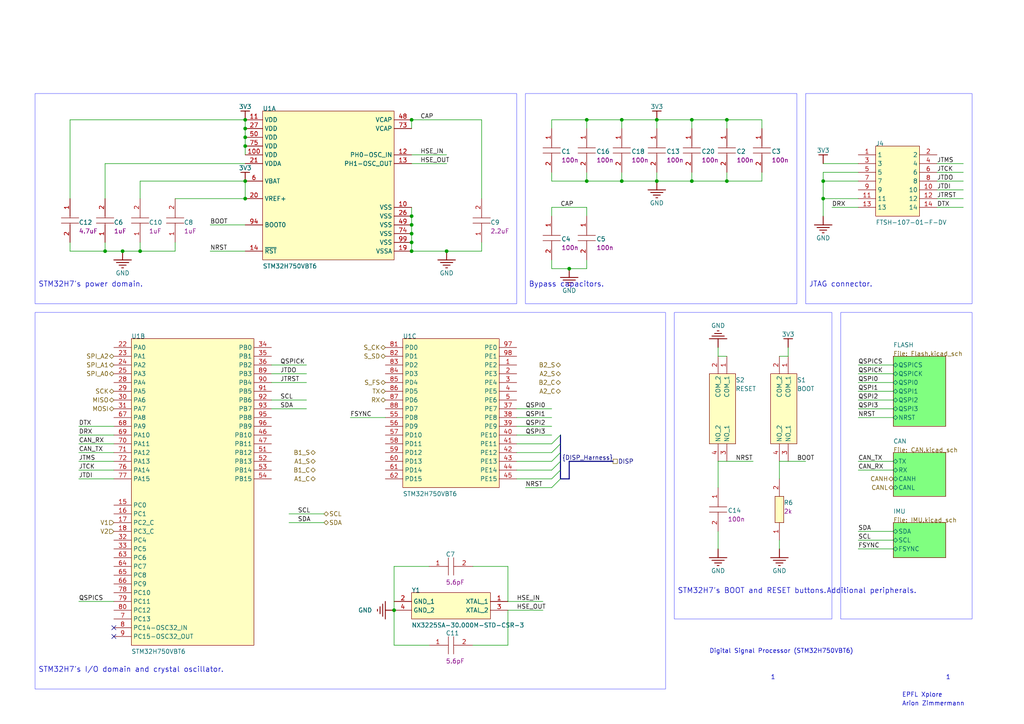
<source format=kicad_sch>
(kicad_sch (version 20250114) (generator "eeschema") (generator_version "9.0")
  (paper "A4")
  (bus_alias "DISP_Harness" (members "CS" "MISO" "SCK" "MOSI" "INT" "PD"))
  (rectangle (start 281.94 27.1272) (end 233.68 88.0872) (stroke (width 0.0254) (color 0 0 255 1)))
  (rectangle (start 281.94 90.6272) (end 243.84 179.5272) (stroke (width 0.0254) (color 0 0 255 1)))
  (rectangle (start 193.04 90.6272) (end 10.16 199.8472) (stroke (width 0.0254) (color 0 0 255 1)))
  (rectangle (start 241.3 90.6272) (end 195.58 179.5272) (stroke (width 0.0254) (color 0 0 255 1)))
  (rectangle (start 149.86 27.1272) (end 10.16 88.0872) (stroke (width 0.0254) (color 0 0 255 1)))
  (rectangle (start 231.14 27.1272) (end 152.4 88.0872) (stroke (width 0.0254) (color 0 0 255 1)))
  (text "Digital Signal Processor (STM32H750VBT6)" (at 205.74 189.6872 0) (effects (font (size 1.27 1.27)) (justify left bottom)))
  (text "1" (at 223.52 197.3072 0) (effects (font (size 1.27 1.27)) (justify left bottom)))
  (text "Arion Zimmermann" (at 261.62 204.9272 0) (effects (font (size 1.27 1.27)) (justify left bottom)))
  (text "1" (at 274.32 197.3072 0) (effects (font (size 1.27 1.27)) (justify left bottom)))
  (text "EPFL Xplore" (at 261.62 202.3872 0) (effects (font (size 1.27 1.27)) (justify left bottom)))
  (text_box "Additional peripherals." (at 284.48 169.3672 0) (size -45.72 7.62) (margins 0.9525 0.9525 0.9525 0.9525) (stroke (width -0.0001) (color 0 0 0 1)) (effects (font (size 1.524 1.524)) (justify left top)))
  (text_box "STM32H7's power domain." (at 149.86 80.4672 0) (size -139.7 7.62) (margins 0.9525 0.9525 0.9525 0.9525) (stroke (width -0.0001) (color 0 0 0 1)) (effects (font (size 1.524 1.524)) (justify left top)))
  (text_box "STM32H7's BOOT and RESET buttons." (at 241.3 169.3672 0) (size -45.72 7.62) (margins 0.9525 0.9525 0.9525 0.9525) (stroke (width -0.0001) (color 0 0 0 1)) (effects (font (size 1.524 1.524)) (justify left top)))
  (text_box "STM32H7's I/O domain and crystal oscillator." (at 193.04 192.2272 0) (size -182.88 7.62) (margins 0.9525 0.9525 0.9525 0.9525) (stroke (width -0.0001) (color 0 0 0 1)) (effects (font (size 1.524 1.524)) (justify left top)))
  (text_box "Bypass capacitors." (at 231.14 80.4672 0) (size -78.74 7.62) (margins 0.9525 0.9525 0.9525 0.9525) (stroke (width -0.0001) (color 0 0 0 1)) (effects (font (size 1.524 1.524)) (justify left top)))
  (text_box "JTAG connector." (at 281.94 80.4672 0) (size -48.26 7.62) (margins 0.9525 0.9525 0.9525 0.9525) (stroke (width -0.0001) (color 0 0 0 1)) (effects (font (size 1.524 1.524)) (justify left top)))
  (junction (at 170.18 34.7472))
  (junction (at 40.64 72.8472))
  (junction (at 129.54 72.8472))
  (junction (at 170.18 52.5272))
  (junction (at 71.12 39.8272))
  (junction (at 71.12 52.5272))
  (junction (at 114.3 176.9872))
  (junction (at 238.76 57.6072))
  (junction (at 119.38 67.7672))
  (junction (at 190.5 52.5272))
  (junction (at 238.76 52.5272))
  (junction (at 30.48 72.8472))
  (junction (at 119.38 65.2272))
  (junction (at 180.34 34.7472))
  (junction (at 210.82 52.5272))
  (junction (at 210.82 34.7472))
  (junction (at 71.12 57.6072))
  (junction (at 190.5 34.7472))
  (junction (at 71.12 34.7472))
  (junction (at 71.12 37.2872))
  (junction (at 165.1 77.9272))
  (junction (at 119.38 34.7472))
  (junction (at 180.34 52.5272))
  (junction (at 200.66 52.5272))
  (junction (at 119.38 72.8472))
  (junction (at 71.12 42.3672))
  (junction (at 200.66 34.7472))
  (junction (at 119.38 70.3072))
  (junction (at 119.38 62.6872))
  (junction (at 35.56 72.8472))
  (no_connect (at 33.02 184.6072))
  (no_connect (at 33.02 182.0672))
  (bus_entry (at 160.02 136.3472) (size 2.54 -2.54))
  (bus_entry (at 160.02 141.4272) (size 2.54 -2.54))
  (bus_entry (at 160.02 133.8072) (size 2.54 -2.54))
  (bus_entry (at 160.02 131.2672) (size 2.54 -2.54))
  (bus_entry (at 160.02 138.8872) (size 2.54 -2.54))
  (bus_entry (at 160.02 128.7272) (size 2.54 -2.54))
  (wire (pts (xy 147.32 176.9872) (xy 147.32 187.1472)))
  (bus (pts (xy 165.1 138.8872) (xy 165.1 133.8072)))
  (wire (pts (xy 208.28 103.3272) (xy 210.82 103.3272)))
  (wire (pts (xy 22.86 123.6472) (xy 33.02 123.6472)))
  (wire (pts (xy 129.54 47.4472) (xy 119.38 47.4472)))
  (wire (pts (xy 20.32 72.8472) (xy 20.32 70.3072)))
  (wire (pts (xy 50.8 70.3072) (xy 50.8 72.8472)))
  (wire (pts (xy 71.12 72.8472) (xy 60.96 72.8472)))
  (wire (pts (xy 248.92 154.1272) (xy 259.08 154.1272)))
  (wire (pts (xy 119.38 37.2872) (xy 119.38 34.7472)))
  (wire (pts (xy 190.5 52.5272) (xy 200.66 52.5272)))
  (wire (pts (xy 30.48 47.4472) (xy 71.12 47.4472)))
  (wire (pts (xy 170.18 75.3872) (xy 170.18 77.9272)))
  (wire (pts (xy 170.18 60.1472) (xy 170.18 62.6872)))
  (wire (pts (xy 170.18 34.7472) (xy 180.34 34.7472)))
  (wire (pts (xy 149.86 126.1872) (xy 160.02 126.1872)))
  (wire (pts (xy 248.92 116.0272) (xy 259.08 116.0272)))
  (wire (pts (xy 208.28 133.8072) (xy 218.44 133.8072)))
  (wire (pts (xy 160.02 141.4272) (xy 152.4 141.4272)))
  (wire (pts (xy 60.96 65.2272) (xy 71.12 65.2272)))
  (wire (pts (xy 149.86 133.8072) (xy 160.02 133.8072)))
  (wire (pts (xy 238.76 49.9872) (xy 248.92 49.9872)))
  (wire (pts (xy 71.12 42.3672) (xy 71.12 39.8272)))
  (wire (pts (xy 160.02 60.1472) (xy 170.18 60.1472)))
  (wire (pts (xy 220.98 34.7472) (xy 220.98 37.2872)))
  (wire (pts (xy 226.06 133.8072) (xy 226.06 138.8872)))
  (wire (pts (xy 22.86 138.8872) (xy 33.02 138.8872)))
  (wire (pts (xy 190.5 34.7472) (xy 200.66 34.7472)))
  (wire (pts (xy 157.48 176.9872) (xy 147.32 176.9872)))
  (wire (pts (xy 71.12 44.9072) (xy 71.12 42.3672)))
  (wire (pts (xy 210.82 52.5272) (xy 210.82 49.9872)))
  (wire (pts (xy 139.7 34.7472) (xy 139.7 57.6072)))
  (wire (pts (xy 40.64 57.6072) (xy 40.64 52.5272)))
  (wire (pts (xy 220.98 52.5272) (xy 220.98 49.9872)))
  (bus (pts (xy 162.56 131.2672) (xy 162.56 128.7272)))
  (wire (pts (xy 208.28 133.8072) (xy 208.28 141.4272)))
  (wire (pts (xy 180.34 34.7472) (xy 190.5 34.7472)))
  (wire (pts (xy 22.86 128.7272) (xy 33.02 128.7272)))
  (wire (pts (xy 78.74 105.8672) (xy 88.9 105.8672)))
  (wire (pts (xy 129.54 44.9072) (xy 119.38 44.9072)))
  (wire (pts (xy 248.92 159.2072) (xy 259.08 159.2072)))
  (wire (pts (xy 40.64 72.8472) (xy 35.56 72.8472)))
  (wire (pts (xy 200.66 37.2872) (xy 200.66 34.7472)))
  (wire (pts (xy 180.34 49.9872) (xy 180.34 52.5272)))
  (wire (pts (xy 71.12 39.8272) (xy 71.12 37.2872)))
  (wire (pts (xy 170.18 52.5272) (xy 170.18 49.9872)))
  (wire (pts (xy 30.48 72.8472) (xy 20.32 72.8472)))
  (bus (pts (xy 162.56 128.7272) (xy 162.56 126.1872)))
  (wire (pts (xy 226.06 103.3272) (xy 228.6 103.3272)))
  (wire (pts (xy 50.8 57.6072) (xy 71.12 57.6072)))
  (wire (pts (xy 248.92 156.6672) (xy 259.08 156.6672)))
  (wire (pts (xy 149.86 138.8872) (xy 160.02 138.8872)))
  (wire (pts (xy 210.82 37.2872) (xy 210.82 34.7472)))
  (wire (pts (xy 271.78 52.5272) (xy 279.4 52.5272)))
  (wire (pts (xy 208.28 154.1272) (xy 208.28 159.2072)))
  (wire (pts (xy 129.54 72.8472) (xy 119.38 72.8472)))
  (wire (pts (xy 248.92 133.8072) (xy 259.08 133.8072)))
  (wire (pts (xy 78.74 116.0272) (xy 88.9 116.0272)))
  (wire (pts (xy 271.78 47.4472) (xy 279.4 47.4472)))
  (wire (pts (xy 50.8 72.8472) (xy 40.64 72.8472)))
  (wire (pts (xy 114.3 164.2872) (xy 114.3 176.9872)))
  (wire (pts (xy 124.46 164.2872) (xy 114.3 164.2872)))
  (wire (pts (xy 259.08 113.4872) (xy 248.92 113.4872)))
  (wire (pts (xy 20.32 57.6072) (xy 20.32 34.7472)))
  (wire (pts (xy 165.1 77.9272) (xy 160.02 77.9272)))
  (wire (pts (xy 210.82 52.5272) (xy 220.98 52.5272)))
  (wire (pts (xy 228.6 103.3272) (xy 228.6 100.7872)))
  (wire (pts (xy 190.5 37.2872) (xy 190.5 34.7472)))
  (wire (pts (xy 271.78 55.0672) (xy 279.4 55.0672)))
  (bus (pts (xy 162.56 138.8872) (xy 162.56 136.3472)))
  (wire (pts (xy 22.86 126.1872) (xy 33.02 126.1872)))
  (wire (pts (xy 119.38 62.6872) (xy 119.38 65.2272)))
  (wire (pts (xy 259.08 108.4072) (xy 248.92 108.4072)))
  (wire (pts (xy 119.38 67.7672) (xy 119.38 70.3072)))
  (wire (pts (xy 200.66 52.5272) (xy 210.82 52.5272)))
  (wire (pts (xy 248.92 110.9472) (xy 259.08 110.9472)))
  (wire (pts (xy 88.9 108.4072) (xy 78.74 108.4072)))
  (wire (pts (xy 149.86 118.5672) (xy 160.02 118.5672)))
  (bus (pts (xy 162.56 133.8072) (xy 162.56 131.2672)))
  (wire (pts (xy 271.78 60.1472) (xy 279.4 60.1472)))
  (wire (pts (xy 170.18 37.2872) (xy 170.18 34.7472)))
  (wire (pts (xy 71.12 57.6072) (xy 71.12 52.5272)))
  (wire (pts (xy 119.38 65.2272) (xy 119.38 67.7672)))
  (wire (pts (xy 30.48 57.6072) (xy 30.48 47.4472)))
  (wire (pts (xy 226.06 159.2072) (xy 226.06 156.6672)))
  (bus (pts (xy 162.56 136.3472) (xy 162.56 133.8072)))
  (wire (pts (xy 22.86 136.3472) (xy 33.02 136.3472)))
  (wire (pts (xy 160.02 37.2872) (xy 160.02 34.7472)))
  (wire (pts (xy 114.3 187.1472) (xy 124.46 187.1472)))
  (wire (pts (xy 139.7 72.8472) (xy 129.54 72.8472)))
  (wire (pts (xy 157.48 174.4472) (xy 147.32 174.4472)))
  (wire (pts (xy 160.02 49.9872) (xy 160.02 52.5272)))
  (wire (pts (xy 35.56 72.8472) (xy 30.48 72.8472)))
  (wire (pts (xy 180.34 37.2872) (xy 180.34 34.7472)))
  (wire (pts (xy 170.18 52.5272) (xy 180.34 52.5272)))
  (wire (pts (xy 78.74 118.5672) (xy 88.9 118.5672)))
  (wire (pts (xy 238.76 52.5272) (xy 238.76 49.9872)))
  (wire (pts (xy 180.34 52.5272) (xy 190.5 52.5272)))
  (wire (pts (xy 147.32 164.2872) (xy 137.16 164.2872)))
  (wire (pts (xy 238.76 57.6072) (xy 238.76 52.5272)))
  (wire (pts (xy 40.64 52.5272) (xy 71.12 52.5272)))
  (wire (pts (xy 83.82 149.0472) (xy 93.98 149.0472)))
  (wire (pts (xy 271.78 49.9872) (xy 279.4 49.9872)))
  (wire (pts (xy 271.78 57.6072) (xy 279.4 57.6072)))
  (wire (pts (xy 40.64 72.8472) (xy 40.64 70.3072)))
  (wire (pts (xy 149.86 128.7272) (xy 160.02 128.7272)))
  (wire (pts (xy 160.02 52.5272) (xy 170.18 52.5272)))
  (wire (pts (xy 149.86 123.6472) (xy 160.02 123.6472)))
  (wire (pts (xy 190.5 49.9872) (xy 190.5 52.5272)))
  (wire (pts (xy 248.92 60.1472) (xy 241.3 60.1472)))
  (wire (pts (xy 248.92 47.4472) (xy 238.76 47.4472)))
  (bus (pts (xy 162.56 138.8872) (xy 165.1 138.8872)))
  (wire (pts (xy 238.76 62.6872) (xy 238.76 57.6072)))
  (wire (pts (xy 139.7 70.3072) (xy 139.7 72.8472)))
  (wire (pts (xy 208.28 100.7872) (xy 208.28 103.3272)))
  (wire (pts (xy 30.48 72.8472) (xy 30.48 70.3072)))
  (wire (pts (xy 160.02 77.9272) (xy 160.02 75.3872)))
  (wire (pts (xy 22.86 131.2672) (xy 33.02 131.2672)))
  (wire (pts (xy 83.82 151.5872) (xy 93.98 151.5872)))
  (wire (pts (xy 160.02 131.2672) (xy 149.86 131.2672)))
  (wire (pts (xy 200.66 34.7472) (xy 210.82 34.7472)))
  (wire (pts (xy 170.18 77.9272) (xy 165.1 77.9272)))
  (wire (pts (xy 248.92 136.3472) (xy 259.08 136.3472)))
  (wire (pts (xy 238.76 52.5272) (xy 248.92 52.5272)))
  (wire (pts (xy 114.3 176.9872) (xy 114.3 187.1472)))
  (wire (pts (xy 160.02 34.7472) (xy 170.18 34.7472)))
  (wire (pts (xy 71.12 37.2872) (xy 71.12 34.7472)))
  (wire (pts (xy 248.92 121.1072) (xy 259.08 121.1072)))
  (wire (pts (xy 248.92 57.6072) (xy 238.76 57.6072)))
  (wire (pts (xy 147.32 174.4472) (xy 147.32 164.2872)))
  (wire (pts (xy 149.86 121.1072) (xy 160.02 121.1072)))
  (wire (pts (xy 259.08 105.8672) (xy 248.92 105.8672)))
  (wire (pts (xy 119.38 60.1472) (xy 119.38 62.6872)))
  (wire (pts (xy 22.86 133.8072) (xy 33.02 133.8072)))
  (wire (pts (xy 259.08 118.5672) (xy 248.92 118.5672)))
  (wire (pts (xy 101.6 121.1072) (xy 111.76 121.1072)))
  (wire (pts (xy 200.66 49.9872) (xy 200.66 52.5272)))
  (wire (pts (xy 22.86 174.4472) (xy 33.02 174.4472)))
  (wire (pts (xy 119.38 70.3072) (xy 119.38 72.8472)))
  (wire (pts (xy 160.02 136.3472) (xy 149.86 136.3472)))
  (wire (pts (xy 160.02 62.6872) (xy 160.02 60.1472)))
  (wire (pts (xy 226.06 133.8072) (xy 233.68 133.8072)))
  (wire (pts (xy 210.82 34.7472) (xy 220.98 34.7472)))
  (wire (pts (xy 20.32 34.7472) (xy 71.12 34.7472)))
  (wire (pts (xy 119.38 34.7472) (xy 139.7 34.7472)))
  (wire (pts (xy 147.32 187.1472) (xy 137.16 187.1472)))
  (bus (pts (xy 165.1 133.8072) (xy 177.8 133.8072)))
  (wire (pts (xy 78.74 110.9472) (xy 88.9 110.9472)))
  (label "NRST" (at 248.92 121.1072 0))
  (label "JTMS" (at 22.86 133.8072 0))
  (label "SDA" (at 81.28 118.5672 0))
  (label "SDA" (at 248.92 154.1272 0))
  (label "SDA" (at 86.36 151.5872 0))
  (label "QSPI1" (at 248.92 113.4872 0))
  (label "HSE_OUT" (at 121.92 47.4472 0))
  (label "QSPICS" (at 22.86 174.4472 0))
  (label "DRX" (at 241.3 60.1472 0))
  (label "NRST" (at 213.36 133.8072 0))
  (label "CAN_TX" (at 248.92 133.8072 0))
  (label "QSPI2" (at 248.92 116.0272 0))
  (label "JTDO" (at 271.78 52.5272 0))
  (label "JTRST" (at 271.78 57.6072 0))
  (label "QSPI1" (at 152.4 121.1072 0))
  (label "HSE_IN" (at 149.86 174.4472 0))
  (label "CAP" (at 162.56 60.1472 0))
  (label "FSYNC" (at 248.92 159.2072 0))
  (label "SCL" (at 248.92 156.6672 0))
  (label "DTX" (at 22.86 123.6472 0))
  (label "JTDI" (at 22.86 138.8872 0))
  (label "DRX" (at 22.86 126.1872 0))
  (label "JTCK" (at 271.78 49.9872 0))
  (label "DTX" (at 271.78 60.1472 0))
  (label "CAN_TX" (at 22.86 131.2672 0))
  (label "QSPI2" (at 152.4 123.6472 0))
  (label "CAN_RX" (at 248.92 136.3472 0))
  (label "HSE_IN" (at 121.92 44.9072 0))
  (label "CAP" (at 121.92 34.7472 0))
  (label "JTDI" (at 271.78 55.0672 0))
  (label "QSPI3" (at 152.4 126.1872 0))
  (label "NRST" (at 60.96 72.8472 0))
  (label "CAN_RX" (at 22.86 128.7272 0))
  (label "HSE_OUT" (at 149.86 176.9872 0))
  (label "BOOT" (at 231.14 133.8072 0))
  (label "QSPI0" (at 248.92 110.9472 0))
  (label "QSPICK" (at 248.92 108.4072 0))
  (label "NRST" (at 152.4 141.4272 0))
  (label "QSPI3" (at 248.92 118.5672 0))
  (label "JTMS" (at 271.78 47.4472 0))
  (label "{DISP_Harness}" (at 177.8 133.8072 180))
  (label "JTRST" (at 81.28 110.9472 0))
  (label "FSYNC" (at 101.6 121.1072 0))
  (label "SCL" (at 81.28 116.0272 0))
  (label "QSPICS" (at 248.92 105.8672 0))
  (label "QSPICK" (at 81.28 105.8672 0))
  (label "SCL" (at 86.36 149.0472 0))
  (label "JTCK" (at 22.86 136.3472 0))
  (label "BOOT" (at 60.96 65.2272 0))
  (label "JTDO" (at 81.28 108.4072 0))
  (label "QSPI0" (at 152.4 118.5672 0))
  (hierarchical_label "SPI_A0" (shape bidirectional) (at 33.02 108.4072 180))
  (hierarchical_label "S_CK" (shape bidirectional) (at 111.76 100.7872 180))
  (hierarchical_label "MISO" (shape bidirectional) (at 33.02 116.0272 180))
  (hierarchical_label "TX" (shape bidirectional) (at 111.76 113.4872 180))
  (hierarchical_label "SCL" (shape bidirectional) (at 93.98 149.0472 0))
  (hierarchical_label "S_SD" (shape bidirectional) (at 111.76 103.3272 180))
  (hierarchical_label "V2" (shape input) (at 33.02 154.1272 180))
  (hierarchical_label "SPI_A2" (shape bidirectional) (at 33.02 103.3272 180))
  (hierarchical_label "B1_C" (shape bidirectional) (at 91.44 136.3472 180))
  (hierarchical_label "B2_S" (shape bidirectional) (at 162.56 105.8672 180))
  (hierarchical_label "B1_S" (shape bidirectional) (at 91.44 131.2672 180))
  (hierarchical_label "V1" (shape input) (at 33.02 151.5872 180))
  (hierarchical_label "A1_S" (shape bidirectional) (at 91.44 133.8072 180))
  (hierarchical_label "DISP" (shape passive) (at 177.8 133.8072 0))
  (hierarchical_label "A1_C" (shape bidirectional) (at 91.44 138.8872 180))
  (hierarchical_label "CANH" (shape bidirectional) (at 259.08 138.8872 180))
  (hierarchical_label "B2_C" (shape bidirectional) (at 162.56 110.9472 180))
  (hierarchical_label "RX" (shape bidirectional) (at 111.76 116.0272 180))
  (hierarchical_label "A2_S" (shape bidirectional) (at 162.56 108.4072 180))
  (hierarchical_label "CANL" (shape bidirectional) (at 259.08 141.4272 180))
  (hierarchical_label "SDA" (shape bidirectional) (at 93.98 151.5872 0))
  (hierarchical_label "A2_C" (shape bidirectional) (at 162.56 113.4872 180))
  (hierarchical_label "MOSI" (shape bidirectional) (at 33.02 118.5672 180))
  (hierarchical_label "SCK" (shape bidirectional) (at 33.02 113.4872 180))
  (hierarchical_label "S_FS" (shape bidirectional) (at 111.76 110.9472 180))
  (hierarchical_label "SPI_A1" (shape bidirectional) (at 33.02 105.8672 180))
  (symbol (lib_id "PolluxIII-altium-import:CTA_3_C0603C104K5RACTU_CarrierBoard.SCHLIB") (at 200.66 37.2872 0) (unit 0)
    (property "Reference" "C20" (at 203.454 44.6532 0) (effects (justify left bottom)))
    (property "Value" "C0603C104K5RACTU" (effects (hide yes)))
    (property "Footprint" "C__Users_Arion_Documents_AltiumLL_SamacSys.PcbLib:CAPC1608X95N" (effects (hide yes)))
    (property "Description" "Capacitor" (effects (hide yes)))
    (property "DATASHEET LINK" "http://www.farnell.com/datasheets/2205446.pdf" (effects (hide yes)))
    (property "HEIGHT" "0.95mm" (effects (hide yes)))
    (property "MANUFACTURER_NAME" "Kemet" (effects (hide yes)))
    (property "MANUFACTURER_PART_NUMBER" "C0603C104K5RACTU" (effects (hide yes)))
    (property "MOUSER PART NUMBER" "80-C0603C104K5R" (effects (hide yes)))
    (property "MOUSER PRICE/STOCK" "https://www.mouser.co.uk/ProductDetail/KEMET/C0603C104K5RACTU?qs=l5k%252BbMnNDkkVcnZPSAaaiQ%3D%3D" (effects (hide yes)))
    (property "ARROW PART NUMBER" "C0603C104K5RACTU" (effects (hide yes)))
    (property "ARROW PRICE/STOCK" "https://www.arrow.com/en/products/c0603c104k5ractu/kemet-corporation" (effects (hide yes)))
    (property "ALTIUM_VALUE" "100n" (at 203.454 47.1932 0) (effects (justify left bottom)))
    (property "SUPPLIER 1" "Mouser" (effects (hide yes)))
    (property "SUPPLIER PART NUMBER 1" "80-C0603C104K5R" (effects (hide yes)))
  )
  (symbol (lib_id "PolluxIII-altium-import:3V3_BAR") (at 71.12 52.5272 180) (unit 1)
    (property "Reference" "#PWR?" (effects (hide yes)))
    (property "Value" "3V3" (at 71.12 48.7172 0))
  )
  (symbol (lib_id "PolluxIII-altium-import:CTA_1_C1206C105M5RECTU_CarrierBoard.SCHLIB") (at 50.8 70.3072 0) (unit 0)
    (property "Reference" "C8" (at 53.34 65.2272 0) (effects (justify left bottom)))
    (property "Value" "C1206C105M5RECTU" (effects (hide yes)))
    (property "Footprint" "C__Users_Arion_Documents_AltiumLL_SamacSys.PcbLib:CAPC3216X130N" (effects (hide yes)))
    (property "Description" "Capacitor" (effects (hide yes)))
    (property "DATASHEET LINK" "https://content.kemet.com/datasheets/KEM_C1090_X7R_ESD.pdf" (effects (hide yes)))
    (property "HEIGHT" "1.3mm" (effects (hide yes)))
    (property "MANUFACTURER_NAME" "Kemet" (effects (hide yes)))
    (property "MANUFACTURER_PART_NUMBER" "C1206C105M5RECTU" (effects (hide yes)))
    (property "MOUSER PART NUMBER" "80-C1206C105M5RECTU" (effects (hide yes)))
    (property "MOUSER PRICE/STOCK" "https://www.mouser.co.uk/ProductDetail/KEMET/C1206C105M5RECTU?qs=55YtniHzbhBh39CxZCw85g%3D%3D" (effects (hide yes)))
    (property "ARROW PART NUMBER" "C1206C105M5RECTU" (effects (hide yes)))
    (property "ARROW PRICE/STOCK" "https://www.arrow.com/en/products/c1206c105m5rectu/kemet-corporation" (effects (hide yes)))
    (property "SUPPLIER 1" "Mouser" (effects (hide yes)))
    (property "SUPPLIER PART NUMBER 1" "80-C1206C105M5RECTU" (effects (hide yes)))
    (property "ALTIUM_VALUE" "1uF" (at 53.34 67.7672 0) (effects (justify left bottom)))
  )
  (symbol (lib_id "PolluxIII-altium-import:3V3_BAR") (at 238.76 47.4472 180) (unit 1)
    (property "Reference" "#PWR?" (effects (hide yes)))
    (property "Value" "3V3" (at 238.76 43.6372 0))
  )
  (symbol (lib_id "PolluxIII-altium-import:CTA_1_C0805C225K4REC7210_CarrierBoard.SCHLIB") (at 139.7 70.3072 0) (unit 0)
    (property "Reference" "C9" (at 142.24 65.2272 0) (effects (justify left bottom)))
    (property "Value" "C0805C225K4REC7210" (effects (hide yes)))
    (property "Footprint" "C__Users_Arion_Documents_AltiumLL_SamacSys.PcbLib:CAPC2012X140N" (effects (hide yes)))
    (property "Description" "Capacitor" (effects (hide yes)))
    (property "DATASHEET LINK" "https://content.kemet.com/datasheets/KEM_C1090_X7R_ESD.pdf" (effects (hide yes)))
    (property "HEIGHT" "1.4mm" (effects (hide yes)))
    (property "MANUFACTURER_NAME" "Kemet" (effects (hide yes)))
    (property "MANUFACTURER_PART_NUMBER" "C0805C225K4REC7210" (effects (hide yes)))
    (property "MOUSER PART NUMBER" "80-C0805C225K4RECLR" (effects (hide yes)))
    (property "MOUSER PRICE/STOCK" "https://www.mouser.co.uk/ProductDetail/KEMET/C0805C225K4REC7210?qs=55YtniHzbhCWJdUu8xFadQ%3D%3D" (effects (hide yes)))
    (property "SUPPLIER 1" "Mouser" (effects (hide yes)))
    (property "SUPPLIER PART NUMBER 1" "80-C0805C225K4RECLR" (effects (hide yes)))
    (property "ALTIUM_VALUE" "2.2uF" (at 142.24 67.7672 0) (effects (justify left bottom)))
  )
  (symbol (lib_id "PolluxIII-altium-import:CTA_3_C0805C475J4RACAUTO_CarrierBoard.SCHLIB") (at 20.32 57.6072 0) (unit 0)
    (property "Reference" "C12" (at 22.86 65.2272 0) (effects (justify left bottom)))
    (property "Value" "C0805C475M4PACTU" (effects (hide yes)))
    (property "Footprint" "C__Users_Arion_Documents_AltiumLL_SamacSys.PcbLib:CAPC2012X140N" (effects (hide yes)))
    (property "Description" "Capacitor" (effects (hide yes)))
    (property "DATASHEET LINK" "https://componentsearchengine.com/Datasheets/1/C0805C475J4RACAUTO.pdf" (effects (hide yes)))
    (property "HEIGHT" "1.4mm" (effects (hide yes)))
    (property "MANUFACTURER_NAME" "Kemet" (effects (hide yes)))
    (property "MANUFACTURER_PART_NUMBER" "C0805C475J4RACAUTO" (effects (hide yes)))
    (property "MOUSER PART NUMBER" "80-C0805C475J4RAUTO" (effects (hide yes)))
    (property "MOUSER PRICE/STOCK" "https://www.mouser.co.uk/ProductDetail/KEMET/C0805C475J4RACAUTO?qs=HXFqYaX1Q2zgZ196jUXcdQ%3D%3D" (effects (hide yes)))
    (property "ARROW PART NUMBER" "C0805C475J4RACAUTO" (effects (hide yes)))
    (property "ARROW PRICE/STOCK" "https://www.arrow.com/en/products/c0805c475j4racauto/kemet-corporation" (effects (hide yes)))
    (property "ALTIUM_VALUE" "4.7uF" (at 22.86 67.7672 0) (effects (justify left bottom)))
    (property "SUPPLIER 1" "Mouser" (effects (hide yes)))
    (property "SUPPLIER PART NUMBER 1" "80-C0805C475J4RAUTO" (effects (hide yes)))
  )
  (symbol (lib_id "PolluxIII-altium-import:GND_POWER_GROUND") (at 165.1 77.9272 0) (unit 1)
    (property "Reference" "#PWR?" (effects (hide yes)))
    (property "Value" "GND" (at 165.1 84.2772 0))
  )
  (symbol (lib_id "PolluxIII-altium-import:CTA_0_CBR06C569B5GAC_CarrierBoard.SCHLIB") (at 124.46 164.2872 0) (unit 0)
    (property "Reference" "C7" (at 129.286 161.4932 0) (effects (justify left bottom)))
    (property "Value" "CBR06C569B5GAC" (effects (hide yes)))
    (property "Footprint" "C__Users_Arion_Documents_AltiumLL_SamacSys.PcbLib:CAPC1608X87N" (effects (hide yes)))
    (property "Description" "Capacitor" (effects (hide yes)))
    (property "DATASHEET LINK" "http://www.kemet.com/Lists/ProductCatalog/Attachments/490/KEM_C1030_CBR_SMD.pdf" (effects (hide yes)))
    (property "HEIGHT" "0.87mm" (effects (hide yes)))
    (property "MANUFACTURER_NAME" "Kemet" (effects (hide yes)))
    (property "MANUFACTURER_PART_NUMBER" "CBR06C569B5GAC" (effects (hide yes)))
    (property "MOUSER PART NUMBER" "80-CBR06C569B5GAC" (effects (hide yes)))
    (property "MOUSER PRICE/STOCK" "https://www.mouser.co.uk/ProductDetail/KEMET/CBR06C569B5GAC/?qs=8sjaHP9aayqGSwkvsyWeEw%3D%3D" (effects (hide yes)))
    (property "ARROW PART NUMBER" "CBR06C569B5GAC" (effects (hide yes)))
    (property "ARROW PRICE/STOCK" "https://www.arrow.com/en/products/cbr06c569b5gac/kemet-corporation" (effects (hide yes)))
    (property "ALTIUM_VALUE" "5.6pF" (at 129.286 169.6212 0) (effects (justify left bottom)))
    (property "SUPPLIER 1" "Mouser" (effects (hide yes)))
    (property "SUPPLIER PART NUMBER 1" "80-CBR06C569B5GAC" (effects (hide yes)))
  )
  (symbol (lib_id "PolluxIII-altium-import:CTA_3_C0603C104K5RACTU_CarrierBoard.SCHLIB") (at 170.18 62.6872 0) (unit 0)
    (property "Reference" "C5" (at 172.974 70.0532 0) (effects (justify left bottom)))
    (property "Value" "C0603C104K5RACTU" (effects (hide yes)))
    (property "Footprint" "C__Users_Arion_Documents_AltiumLL_SamacSys.PcbLib:CAPC1608X95N" (effects (hide yes)))
    (property "Description" "Capacitor" (effects (hide yes)))
    (property "DATASHEET LINK" "http://www.farnell.com/datasheets/2205446.pdf" (effects (hide yes)))
    (property "HEIGHT" "0.95mm" (effects (hide yes)))
    (property "MANUFACTURER_NAME" "Kemet" (effects (hide yes)))
    (property "MANUFACTURER_PART_NUMBER" "C0603C104K5RACTU" (effects (hide yes)))
    (property "MOUSER PART NUMBER" "80-C0603C104K5R" (effects (hide yes)))
    (property "MOUSER PRICE/STOCK" "https://www.mouser.co.uk/ProductDetail/KEMET/C0603C104K5RACTU?qs=l5k%252BbMnNDkkVcnZPSAaaiQ%3D%3D" (effects (hide yes)))
    (property "ARROW PART NUMBER" "C0603C104K5RACTU" (effects (hide yes)))
    (property "ARROW PRICE/STOCK" "https://www.arrow.com/en/products/c0603c104k5ractu/kemet-corporation" (effects (hide yes)))
    (property "ALTIUM_VALUE" "100n" (at 172.974 72.5932 0) (effects (justify left bottom)))
    (property "SUPPLIER 1" "Mouser" (effects (hide yes)))
    (property "SUPPLIER PART NUMBER 1" "80-C0603C104K5R" (effects (hide yes)))
  )
  (symbol (lib_id "PolluxIII-altium-import:CTA_3_C0603C104K5RACTU_CarrierBoard.SCHLIB") (at 190.5 37.2872 0) (unit 0)
    (property "Reference" "C13" (at 193.294 44.6532 0) (effects (justify left bottom)))
    (property "Value" "C0603C104K5RACTU" (effects (hide yes)))
    (property "Footprint" "C__Users_Arion_Documents_AltiumLL_SamacSys.PcbLib:CAPC1608X95N" (effects (hide yes)))
    (property "Description" "Capacitor" (effects (hide yes)))
    (property "DATASHEET LINK" "http://www.farnell.com/datasheets/2205446.pdf" (effects (hide yes)))
    (property "HEIGHT" "0.95mm" (effects (hide yes)))
    (property "MANUFACTURER_NAME" "Kemet" (effects (hide yes)))
    (property "MANUFACTURER_PART_NUMBER" "C0603C104K5RACTU" (effects (hide yes)))
    (property "MOUSER PART NUMBER" "80-C0603C104K5R" (effects (hide yes)))
    (property "MOUSER PRICE/STOCK" "https://www.mouser.co.uk/ProductDetail/KEMET/C0603C104K5RACTU?qs=l5k%252BbMnNDkkVcnZPSAaaiQ%3D%3D" (effects (hide yes)))
    (property "ARROW PART NUMBER" "C0603C104K5RACTU" (effects (hide yes)))
    (property "ARROW PRICE/STOCK" "https://www.arrow.com/en/products/c0603c104k5ractu/kemet-corporation" (effects (hide yes)))
    (property "ALTIUM_VALUE" "100n" (at 193.294 47.1932 0) (effects (justify left bottom)))
    (property "SUPPLIER 1" "Mouser" (effects (hide yes)))
    (property "SUPPLIER PART NUMBER 1" "80-C0603C104K5R" (effects (hide yes)))
  )
  (symbol (lib_id "PolluxIII-altium-import:CTA_1_C1206C105M5RECTU_CarrierBoard.SCHLIB") (at 40.64 70.3072 0) (unit 0)
    (property "Reference" "C10" (at 43.18 65.2272 0) (effects (justify left bottom)))
    (property "Value" "C1206C105M5RECTU" (effects (hide yes)))
    (property "Footprint" "C__Users_Arion_Documents_AltiumLL_SamacSys.PcbLib:CAPC3216X130N" (effects (hide yes)))
    (property "Description" "Capacitor" (effects (hide yes)))
    (property "DATASHEET LINK" "https://content.kemet.com/datasheets/KEM_C1090_X7R_ESD.pdf" (effects (hide yes)))
    (property "HEIGHT" "1.3mm" (effects (hide yes)))
    (property "MANUFACTURER_NAME" "Kemet" (effects (hide yes)))
    (property "MANUFACTURER_PART_NUMBER" "C1206C105M5RECTU" (effects (hide yes)))
    (property "MOUSER PART NUMBER" "80-C1206C105M5RECTU" (effects (hide yes)))
    (property "MOUSER PRICE/STOCK" "https://www.mouser.co.uk/ProductDetail/KEMET/C1206C105M5RECTU?qs=55YtniHzbhBh39CxZCw85g%3D%3D" (effects (hide yes)))
    (property "ARROW PART NUMBER" "C1206C105M5RECTU" (effects (hide yes)))
    (property "ARROW PRICE/STOCK" "https://www.arrow.com/en/products/c1206c105m5rectu/kemet-corporation" (effects (hide yes)))
    (property "SUPPLIER 1" "Mouser" (effects (hide yes)))
    (property "SUPPLIER PART NUMBER 1" "80-C1206C105M5RECTU" (effects (hide yes)))
    (property "ALTIUM_VALUE" "1uF" (at 43.18 67.7672 0) (effects (justify left bottom)))
  )
  (symbol (lib_id "PolluxIII-altium-import:3V3_BAR") (at 228.6 100.7872 180) (unit 1)
    (property "Reference" "#PWR?" (effects (hide yes)))
    (property "Value" "3V3" (at 228.6 96.9772 0))
  )
  (symbol (lib_id "PolluxIII-altium-import:CTA_0_aca449acb2b80670ba40d015d68dc7a_Altium Content Vault") (at 111.76 100.7872 0) (unit 3)
    (property "Reference" "U1" (at 116.84 98.2472 0) (effects (justify left bottom)))
    (property "Value" "STM32H750VBT6" (at 116.84 143.9672 0) (effects (justify left bottom)))
    (property "Footprint" "FP-LQFP100-1L-MFG" (effects (hide yes)))
    (property "Description" "IC MCU 32BIT 128KB FLASH 100LQFP" (effects (hide yes)))
    (property "AMBIENT TEMPERATURE RANGE HIGH" "+85°C" (effects (hide yes)))
    (property "NUMBER OF UART CHANNELS" "9" (effects (hide yes)))
    (property "TEMPERATURE" "-40°C to +125°C" (effects (hide yes)))
    (property "COMPONENTLINK2URL" "https://www.st.com/resource/en/datasheet/stm32h750vb.pdf" (effects (hide yes)))
    (property "DEVICE CLASS L2" "Embedded Processors and Controllers" (effects (hide yes)))
    (property "TEMPERATURE RANGE LOW" "-40°C" (effects (hide yes)))
    (property "NUMBER OF I/OS" "82" (effects (hide yes)))
    (property "OCTOPART" "https://octopart.com/stm32h750vbt6-stmicroelectronics-94048547" (effects (hide yes)))
    (property "CATEGORY" "IC" (effects (hide yes)))
    (property "MAX JUNCTION TEMP" "+125°C" (effects (hide yes)))
    (property "DATA BUS WIDTH" "32bits" (effects (hide yes)))
    (property "MANUFACTURER PART NUMBER" "STM32H750VBT6" (effects (hide yes)))
    (property "RAM SIZE" "1MBytes" (effects (hide yes)))
    (property "HEIGHT" "1.6mm" (effects (hide yes)))
    (property "MIN SUPPLY VOLTAGE" "1.62V" (effects (hide yes)))
    (property "LEAD FREE" "Yes" (effects (hide yes)))
    (property "DEVICE CLASS L1" "Integrated Circuits (ICs)" (effects (hide yes)))
    (property "NUMBER OF SPI CHANNELS" "6" (effects (hide yes)))
    (property "NUMBER OF ADC CHANNELS" "36" (effects (hide yes)))
    (property "DIGIKEY DESCRIPTION" "IC MCU 32BIT 128KB FLASH 100LQFP" (effects (hide yes)))
    (property "MAX SUPPLY VOLTAGE" "3.6V" (effects (hide yes)))
    (property "STANDOFF HEIGHT" "0.05mm" (effects (hide yes)))
    (property "INTERFACE" "I2C,SPI,UART,USART,CAN,USB,LIN,IrDA,Ethernet,I2S,Other" (effects (hide yes)))
    (property "ROHS" "TRUE" (effects (hide yes)))
    (property "AMBIENT TEMPERATURE RANGE LOW" "-40°C" (effects (hide yes)))
    (property "DEVICE CLASS L3" "Microcontrollers" (effects (hide yes)))
    (property "COMPONENTLINK2DESCRIPTION" "Datasheet" (effects (hide yes)))
    (property "NUMBER OF A/D CONVERTERS" "3" (effects (hide yes)))
    (property "MANUFACTURER" "STMicroelectronics" (effects (hide yes)))
    (property "NUMBER OF I2C CHANNELS" "4" (effects (hide yes)))
    (property "MEMORY SIZE" "128KBytes" (effects (hide yes)))
    (property "FREQUENCY" "480MHz" (effects (hide yes)))
    (property "MOUSER DESCRIPTION" "MCU 32-Bit STM32H750VB ARM Cortex M7 RISC 128KB Flash 1.8V/2.5V/3.3V 100-Pin LQFP Tray" (effects (hide yes)))
    (property "NUMBER OF TIMERS/COUNTERS" "20" (effects (hide yes)))
    (property "NUMBER OF ETHERNET CHANNELS" "1" (effects (hide yes)))
    (property "NUMBER OF CORES" "1" (effects (hide yes)))
    (property "AUTOMOTIVE" "No" (effects (hide yes)))
    (property "MEMORY TYPE" "FLASH" (effects (hide yes)))
    (property "CORE ARCHITECTURE" "ARM Cortex-M7" (effects (hide yes)))
    (property "NUMBER OF USB CHANNELS" "2" (effects (hide yes)))
    (property "PACKAGE" "LQFP100-1L" (effects (hide yes)))
    (property "TEMPERATURE RANGE HIGH" "+125°C" (effects (hide yes)))
    (property "NUMBER OF PWM CHANNELS" "42" (effects (hide yes)))
  )
  (symbol (lib_id "PolluxIII-altium-import:3V3_BAR") (at 190.5 34.7472 180) (unit 1)
    (property "Reference" "#PWR?" (effects (hide yes)))
    (property "Value" "3V3" (at 190.5 30.9372 0))
  )
  (symbol (lib_id "PolluxIII-altium-import:GND_POWER_GROUND") (at 35.56 72.8472 0) (unit 1)
    (property "Reference" "#PWR?" (effects (hide yes)))
    (property "Value" "GND" (at 35.56 79.1972 0))
  )
  (symbol (lib_id "PolluxIII-altium-import:CTA_3_C0603C104K5RACTU_CarrierBoard.SCHLIB") (at 180.34 37.2872 0) (unit 0)
    (property "Reference" "C18" (at 183.134 44.6532 0) (effects (justify left bottom)))
    (property "Value" "C0603C104K5RACTU" (effects (hide yes)))
    (property "Footprint" "C__Users_Arion_Documents_AltiumLL_SamacSys.PcbLib:CAPC1608X95N" (effects (hide yes)))
    (property "Description" "Capacitor" (effects (hide yes)))
    (property "DATASHEET LINK" "http://www.farnell.com/datasheets/2205446.pdf" (effects (hide yes)))
    (property "HEIGHT" "0.95mm" (effects (hide yes)))
    (property "MANUFACTURER_NAME" "Kemet" (effects (hide yes)))
    (property "MANUFACTURER_PART_NUMBER" "C0603C104K5RACTU" (effects (hide yes)))
    (property "MOUSER PART NUMBER" "80-C0603C104K5R" (effects (hide yes)))
    (property "MOUSER PRICE/STOCK" "https://www.mouser.co.uk/ProductDetail/KEMET/C0603C104K5RACTU?qs=l5k%252BbMnNDkkVcnZPSAaaiQ%3D%3D" (effects (hide yes)))
    (property "ARROW PART NUMBER" "C0603C104K5RACTU" (effects (hide yes)))
    (property "ARROW PRICE/STOCK" "https://www.arrow.com/en/products/c0603c104k5ractu/kemet-corporation" (effects (hide yes)))
    (property "ALTIUM_VALUE" "100n" (at 183.134 47.1932 0) (effects (justify left bottom)))
    (property "SUPPLIER 1" "Mouser" (effects (hide yes)))
    (property "SUPPLIER PART NUMBER 1" "80-C0603C104K5R" (effects (hide yes)))
  )
  (symbol (lib_id "PolluxIII-altium-import:GND_POWER_GROUND") (at 238.76 62.6872 0) (unit 1)
    (property "Reference" "#PWR?" (effects (hide yes)))
    (property "Value" "GND" (at 238.76 69.0372 0))
  )
  (symbol (lib_id "PolluxIII-altium-import:CTA_1_C1206C105M5RECTU_CarrierBoard.SCHLIB") (at 30.48 70.3072 0) (unit 0)
    (property "Reference" "C6" (at 33.02 65.2272 0) (effects (justify left bottom)))
    (property "Value" "C1206C105M5RECTU" (effects (hide yes)))
    (property "Footprint" "C__Users_Arion_Documents_AltiumLL_SamacSys.PcbLib:CAPC3216X130N" (effects (hide yes)))
    (property "Description" "Capacitor" (effects (hide yes)))
    (property "DATASHEET LINK" "https://content.kemet.com/datasheets/KEM_C1090_X7R_ESD.pdf" (effects (hide yes)))
    (property "HEIGHT" "1.3mm" (effects (hide yes)))
    (property "MANUFACTURER_NAME" "Kemet" (effects (hide yes)))
    (property "MANUFACTURER_PART_NUMBER" "C1206C105M5RECTU" (effects (hide yes)))
    (property "MOUSER PART NUMBER" "80-C1206C105M5RECTU" (effects (hide yes)))
    (property "MOUSER PRICE/STOCK" "https://www.mouser.co.uk/ProductDetail/KEMET/C1206C105M5RECTU?qs=55YtniHzbhBh39CxZCw85g%3D%3D" (effects (hide yes)))
    (property "ARROW PART NUMBER" "C1206C105M5RECTU" (effects (hide yes)))
    (property "ARROW PRICE/STOCK" "https://www.arrow.com/en/products/c1206c105m5rectu/kemet-corporation" (effects (hide yes)))
    (property "SUPPLIER 1" "Mouser" (effects (hide yes)))
    (property "SUPPLIER PART NUMBER 1" "80-C1206C105M5RECTU" (effects (hide yes)))
    (property "ALTIUM_VALUE" "1uF" (at 33.02 67.7672 0) (effects (justify left bottom)))
  )
  (symbol (lib_id "PolluxIII-altium-import:CTA_0_aca449acb2b80670ba40d015d68dc7a_Altium Content Vault") (at 71.12 34.7472 0) (unit 1)
    (property "Reference" "U1" (at 76.2 32.2072 0) (effects (justify left bottom)))
    (property "Value" "STM32H750VBT6" (at 76.2 77.9272 0) (effects (justify left bottom)))
    (property "Footprint" "FP-LQFP100-1L-MFG" (effects (hide yes)))
    (property "Description" "IC MCU 32BIT 128KB FLASH 100LQFP" (effects (hide yes)))
    (property "AMBIENT TEMPERATURE RANGE HIGH" "+85°C" (effects (hide yes)))
    (property "NUMBER OF UART CHANNELS" "9" (effects (hide yes)))
    (property "TEMPERATURE" "-40°C to +125°C" (effects (hide yes)))
    (property "COMPONENTLINK2URL" "https://www.st.com/resource/en/datasheet/stm32h750vb.pdf" (effects (hide yes)))
    (property "DEVICE CLASS L2" "Embedded Processors and Controllers" (effects (hide yes)))
    (property "TEMPERATURE RANGE LOW" "-40°C" (effects (hide yes)))
    (property "NUMBER OF I/OS" "82" (effects (hide yes)))
    (property "OCTOPART" "https://octopart.com/stm32h750vbt6-stmicroelectronics-94048547" (effects (hide yes)))
    (property "CATEGORY" "IC" (effects (hide yes)))
    (property "MAX JUNCTION TEMP" "+125°C" (effects (hide yes)))
    (property "DATA BUS WIDTH" "32bits" (effects (hide yes)))
    (property "MANUFACTURER PART NUMBER" "STM32H750VBT6" (effects (hide yes)))
    (property "RAM SIZE" "1MBytes" (effects (hide yes)))
    (property "HEIGHT" "1.6mm" (effects (hide yes)))
    (property "MIN SUPPLY VOLTAGE" "1.62V" (effects (hide yes)))
    (property "LEAD FREE" "Yes" (effects (hide yes)))
    (property "DEVICE CLASS L1" "Integrated Circuits (ICs)" (effects (hide yes)))
    (property "NUMBER OF SPI CHANNELS" "6" (effects (hide yes)))
    (property "NUMBER OF ADC CHANNELS" "36" (effects (hide yes)))
    (property "DIGIKEY DESCRIPTION" "IC MCU 32BIT 128KB FLASH 100LQFP" (effects (hide yes)))
    (property "MAX SUPPLY VOLTAGE" "3.6V" (effects (hide yes)))
    (property "STANDOFF HEIGHT" "0.05mm" (effects (hide yes)))
    (property "INTERFACE" "I2C,SPI,UART,USART,CAN,USB,LIN,IrDA,Ethernet,I2S,Other" (effects (hide yes)))
    (property "ROHS" "TRUE" (effects (hide yes)))
    (property "AMBIENT TEMPERATURE RANGE LOW" "-40°C" (effects (hide yes)))
    (property "DEVICE CLASS L3" "Microcontrollers" (effects (hide yes)))
    (property "COMPONENTLINK2DESCRIPTION" "Datasheet" (effects (hide yes)))
    (property "NUMBER OF A/D CONVERTERS" "3" (effects (hide yes)))
    (property "MANUFACTURER" "STMicroelectronics" (effects (hide yes)))
    (property "NUMBER OF I2C CHANNELS" "4" (effects (hide yes)))
    (property "MEMORY SIZE" "128KBytes" (effects (hide yes)))
    (property "FREQUENCY" "480MHz" (effects (hide yes)))
    (property "MOUSER DESCRIPTION" "MCU 32-Bit STM32H750VB ARM Cortex M7 RISC 128KB Flash 1.8V/2.5V/3.3V 100-Pin LQFP Tray" (effects (hide yes)))
    (property "NUMBER OF TIMERS/COUNTERS" "20" (effects (hide yes)))
    (property "NUMBER OF ETHERNET CHANNELS" "1" (effects (hide yes)))
    (property "NUMBER OF CORES" "1" (effects (hide yes)))
    (property "AUTOMOTIVE" "No" (effects (hide yes)))
    (property "MEMORY TYPE" "FLASH" (effects (hide yes)))
    (property "CORE ARCHITECTURE" "ARM Cortex-M7" (effects (hide yes)))
    (property "NUMBER OF USB CHANNELS" "2" (effects (hide yes)))
    (property "PACKAGE" "LQFP100-1L" (effects (hide yes)))
    (property "TEMPERATURE RANGE HIGH" "+125°C" (effects (hide yes)))
    (property "NUMBER OF PWM CHANNELS" "42" (effects (hide yes)))
  )
  (symbol (lib_id "PolluxIII-altium-import:GND_POWER_GROUND") (at 226.06 159.2072 0) (unit 1)
    (property "Reference" "#PWR?" (effects (hide yes)))
    (property "Value" "GND" (at 226.06 165.5572 0))
  )
  (symbol (lib_id "PolluxIII-altium-import:CTA_0_NX2520SA-25.000M-STD-CSW-5_CarrierBoard.SCHLIB") (at 114.3 174.4472 0) (unit 0)
    (property "Reference" "Y1" (at 119.38 171.9072 0) (effects (justify left bottom)))
    (property "Value" "NX3225SA-30.000M-STD-CSR-3" (at 119.38 182.0672 0) (effects (justify left bottom)))
    (property "Footprint" "C__Users_Arion_Documents_AltiumLL_SamacSys.PcbLib:NX2520SA192MHzEXS00ACS05400" (effects (hide yes)))
    (property "Description" "Crystal or Oscillator" (effects (hide yes)))
    (property "DATASHEET LINK" "https://kr.mouser.com/datasheet/2/905/ndk_08142018_NX2520SA-19.200000MHZ-NBG1-1389014.pdf" (effects (hide yes)))
    (property "HEIGHT" "0.55mm" (effects (hide yes)))
    (property "MANUFACTURER_NAME" "NDK" (effects (hide yes)))
    (property "MANUFACTURER_PART_NUMBER" "NX2520SA-25.000M-STD-CSW-5" (effects (hide yes)))
    (property "MOUSER PART NUMBER" "344-NX2520SA25MSTSW5" (effects (hide yes)))
    (property "MOUSER PRICE/STOCK" "https://www.mouser.co.uk/ProductDetail/NDK/NX2520SA-25000M-STD-CSW-5?qs=w%2Fv1CP2dgqoYJPVY2dD4UA%3D%3D" (effects (hide yes)))
    (property "SUPPLIER 1" "Mouser" (effects (hide yes)))
    (property "SUPPLIER PART NUMBER 1" "344-NX3225SA30MSTSR3" (effects (hide yes)))
  )
  (symbol (lib_id "PolluxIII-altium-import:GND_POWER_GROUND") (at 190.5 52.5272 0) (unit 1)
    (property "Reference" "#PWR?" (effects (hide yes)))
    (property "Value" "GND" (at 190.5 58.8772 0))
  )
  (symbol (lib_id "PolluxIII-altium-import:CTA_3_LL3301AF065QJ_CarrierBoard.SCHLIB") (at 210.82 103.3272 0) (unit 0)
    (property "Reference" "S2" (at 213.36 110.9472 0) (effects (justify left bottom)))
    (property "Value" "RESET" (at 213.36 113.4872 0) (effects (justify left bottom)))
    (property "Footprint" "LL3301FF065QJ" (effects (hide yes)))
    (property "Description" "Switch" (effects (hide yes)))
    (property "DATASHEET LINK" "https://media.digikey.com/pdf/Data%20Sheets/E-Switch%20PDFs/LL3301AF065QJ.pdf" (effects (hide yes)))
    (property "HEIGHT" "7.3mm" (effects (hide yes)))
    (property "MANUFACTURER_NAME" "E-Switch" (effects (hide yes)))
    (property "MANUFACTURER_PART_NUMBER" "LL3301AF065QJ" (effects (hide yes)))
    (property "MOUSER PART NUMBER" "612-LL3301AF065QJ" (effects (hide yes)))
    (property "MOUSER PRICE/STOCK" "https://www.mouser.co.uk/ProductDetail/E-Switch/LL3301AF065QJ?qs=QtyuwXswaQi68RkbBY57jQ%3D%3D" (effects (hide yes)))
    (property "SUPPLIER 1" "Mouser" (effects (hide yes)))
    (property "SUPPLIER PART NUMBER 1" "612-LL3301AF065QJ" (effects (hide yes)))
  )
  (symbol (lib_id "PolluxIII-altium-import:CTA_1_CRCW0603931RFKEA_CarrierBoard.SCHLIB") (at 226.06 156.6672 0) (unit 0)
    (property "Reference" "R6" (at 227.33 146.5072 0) (effects (justify left bottom)))
    (property "Value" "CRCW06032K00JNEB" (effects (hide yes)))
    (property "Footprint" "C__Users_Arion_Documents_AltiumLL_SamacSys.PcbLib:RESC1608X50N" (effects (hide yes)))
    (property "Description" "Resistor" (effects (hide yes)))
    (property "DATASHEET LINK" "http://www.vishay.com/docs/20035/dcrcwe3.pdf" (effects (hide yes)))
    (property "HEIGHT" "0.5mm" (effects (hide yes)))
    (property "MANUFACTURER_NAME" "Vishay" (effects (hide yes)))
    (property "MANUFACTURER_PART_NUMBER" "CRCW0603787RFKEA" (effects (hide yes)))
    (property "ALTIUM_VALUE" "2k" (at 227.33 149.0472 0) (effects (justify left bottom)))
    (property "SUPPLIER 1" "Mouser" (effects (hide yes)))
    (property "SUPPLIER PART NUMBER 1" "71-CRCW06032K00JNEB" (effects (hide yes)))
  )
  (symbol (lib_id "PolluxIII-altium-import:CTA_3_C0603C104K5RACTU_CarrierBoard.SCHLIB") (at 208.28 141.4272 0) (unit 0)
    (property "Reference" "C14" (at 211.074 148.7932 0) (effects (justify left bottom)))
    (property "Value" "C0603C104K5RACTU" (effects (hide yes)))
    (property "Footprint" "C__Users_Arion_Documents_AltiumLL_SamacSys.PcbLib:CAPC1608X95N" (effects (hide yes)))
    (property "Description" "Capacitor" (effects (hide yes)))
    (property "DATASHEET LINK" "http://www.farnell.com/datasheets/2205446.pdf" (effects (hide yes)))
    (property "HEIGHT" "0.95mm" (effects (hide yes)))
    (property "MANUFACTURER_NAME" "Kemet" (effects (hide yes)))
    (property "MANUFACTURER_PART_NUMBER" "C0603C104K5RACTU" (effects (hide yes)))
    (property "MOUSER PART NUMBER" "80-C0603C104K5R" (effects (hide yes)))
    (property "MOUSER PRICE/STOCK" "https://www.mouser.co.uk/ProductDetail/KEMET/C0603C104K5RACTU?qs=l5k%252BbMnNDkkVcnZPSAaaiQ%3D%3D" (effects (hide yes)))
    (property "ARROW PART NUMBER" "C0603C104K5RACTU" (effects (hide yes)))
    (property "ARROW PRICE/STOCK" "https://www.arrow.com/en/products/c0603c104k5ractu/kemet-corporation" (effects (hide yes)))
    (property "ALTIUM_VALUE" "100n" (at 211.074 151.3332 0) (effects (justify left bottom)))
    (property "SUPPLIER 1" "Mouser" (effects (hide yes)))
    (property "SUPPLIER PART NUMBER 1" "80-C0603C104K5R" (effects (hide yes)))
  )
  (symbol (lib_id "PolluxIII-altium-import:GND_POWER_GROUND") (at 208.28 100.7872 180) (unit 1)
    (property "Reference" "#PWR?" (effects (hide yes)))
    (property "Value" "GND" (at 208.28 94.4372 0))
  )
  (symbol (lib_id "PolluxIII-altium-import:CTA_3_C0603C104K5RACTU_CarrierBoard.SCHLIB") (at 160.02 62.6872 0) (unit 0)
    (property "Reference" "C4" (at 162.814 70.0532 0) (effects (justify left bottom)))
    (property "Value" "C0603C104K5RACTU" (effects (hide yes)))
    (property "Footprint" "C__Users_Arion_Documents_AltiumLL_SamacSys.PcbLib:CAPC1608X95N" (effects (hide yes)))
    (property "Description" "Capacitor" (effects (hide yes)))
    (property "DATASHEET LINK" "http://www.farnell.com/datasheets/2205446.pdf" (effects (hide yes)))
    (property "HEIGHT" "0.95mm" (effects (hide yes)))
    (property "MANUFACTURER_NAME" "Kemet" (effects (hide yes)))
    (property "MANUFACTURER_PART_NUMBER" "C0603C104K5RACTU" (effects (hide yes)))
    (property "MOUSER PART NUMBER" "80-C0603C104K5R" (effects (hide yes)))
    (property "MOUSER PRICE/STOCK" "https://www.mouser.co.uk/ProductDetail/KEMET/C0603C104K5RACTU?qs=l5k%252BbMnNDkkVcnZPSAaaiQ%3D%3D" (effects (hide yes)))
    (property "ARROW PART NUMBER" "C0603C104K5RACTU" (effects (hide yes)))
    (property "ARROW PRICE/STOCK" "https://www.arrow.com/en/products/c0603c104k5ractu/kemet-corporation" (effects (hide yes)))
    (property "ALTIUM_VALUE" "100n" (at 162.814 72.5932 0) (effects (justify left bottom)))
    (property "SUPPLIER 1" "Mouser" (effects (hide yes)))
    (property "SUPPLIER PART NUMBER 1" "80-C0603C104K5R" (effects (hide yes)))
  )
  (symbol (lib_id "PolluxIII-altium-import:CTA_0_FTSH-107-01-F-DV_CarrierBoard.SCHLIB") (at 248.92 44.9072 0) (unit 0)
    (property "Reference" "J4" (at 254 42.3672 0) (effects (justify left bottom)))
    (property "Value" "FTSH-107-01-F-DV" (at 254 65.2272 0) (effects (justify left bottom)))
    (property "Footprint" "C__Users_Arion_Documents_AltiumLL_SamacSys.PcbLib:FTSH-107-XX-YYY-DV" (effects (hide yes)))
    (property "Description" "Connector" (effects (hide yes)))
    (property "DATASHEET LINK" "http://suddendocs.samtec.com/prints/ftsh-1xx-xx-xxx-dv-xxx-xxx-mkt.pdf" (effects (hide yes)))
    (property "MANUFACTURER_NAME" "SAMTEC" (effects (hide yes)))
    (property "MANUFACTURER_PART_NUMBER" "FTSH-107-01-F-DV" (effects (hide yes)))
    (property "MOUSER PART NUMBER" "200-FTSH10701FDV" (effects (hide yes)))
    (property "MOUSER PRICE/STOCK" "https://www.mouser.co.uk/ProductDetail/Samtec/FTSH-107-01-F-DV?qs=0lQeLiL1qyalhkvT7SJ4Kw%3D%3D" (effects (hide yes)))
    (property "ARROW PART NUMBER" "FTSH-107-01-F-DV" (effects (hide yes)))
    (property "ARROW PRICE/STOCK" "https://www.arrow.com/en/products/ftsh-107-01-f-dv/samtec" (effects (hide yes)))
    (property "SUPPLIER 1" "Mouser" (effects (hide yes)))
    (property "SUPPLIER PART NUMBER 1" "200-FTSH10701FDV" (effects (hide yes)))
  )
  (symbol (lib_id "PolluxIII-altium-import:GND_POWER_GROUND") (at 129.54 72.8472 0) (unit 1)
    (property "Reference" "#PWR?" (effects (hide yes)))
    (property "Value" "GND" (at 129.54 79.1972 0))
  )
  (symbol (lib_id "PolluxIII-altium-import:CTA_3_C0603C104K5RACTU_CarrierBoard.SCHLIB") (at 210.82 37.2872 0) (unit 0)
    (property "Reference" "C2" (at 213.614 44.6532 0) (effects (justify left bottom)))
    (property "Value" "C0603C104K5RACTU" (effects (hide yes)))
    (property "Footprint" "C__Users_Arion_Documents_AltiumLL_SamacSys.PcbLib:CAPC1608X95N" (effects (hide yes)))
    (property "Description" "Capacitor" (effects (hide yes)))
    (property "DATASHEET LINK" "http://www.farnell.com/datasheets/2205446.pdf" (effects (hide yes)))
    (property "HEIGHT" "0.95mm" (effects (hide yes)))
    (property "MANUFACTURER_NAME" "Kemet" (effects (hide yes)))
    (property "MANUFACTURER_PART_NUMBER" "C0603C104K5RACTU" (effects (hide yes)))
    (property "MOUSER PART NUMBER" "80-C0603C104K5R" (effects (hide yes)))
    (property "MOUSER PRICE/STOCK" "https://www.mouser.co.uk/ProductDetail/KEMET/C0603C104K5RACTU?qs=l5k%252BbMnNDkkVcnZPSAaaiQ%3D%3D" (effects (hide yes)))
    (property "ARROW PART NUMBER" "C0603C104K5RACTU" (effects (hide yes)))
    (property "ARROW PRICE/STOCK" "https://www.arrow.com/en/products/c0603c104k5ractu/kemet-corporation" (effects (hide yes)))
    (property "ALTIUM_VALUE" "100n" (at 213.614 47.1932 0) (effects (justify left bottom)))
    (property "SUPPLIER 1" "Mouser" (effects (hide yes)))
    (property "SUPPLIER PART NUMBER 1" "80-C0603C104K5R" (effects (hide yes)))
  )
  (symbol (lib_id "PolluxIII-altium-import:GND_POWER_GROUND") (at 208.28 159.2072 0) (unit 1)
    (property "Reference" "#PWR?" (effects (hide yes)))
    (property "Value" "GND" (at 208.28 165.5572 0))
  )
  (symbol (lib_id "PolluxIII-altium-import:CTA_0_CBR06C569B5GAC_CarrierBoard.SCHLIB") (at 124.46 187.1472 0) (unit 0)
    (property "Reference" "C11" (at 129.286 184.3532 0) (effects (justify left bottom)))
    (property "Value" "CBR06C569B5GAC" (effects (hide yes)))
    (property "Footprint" "C__Users_Arion_Documents_AltiumLL_SamacSys.PcbLib:CAPC1608X87N" (effects (hide yes)))
    (property "Description" "Capacitor" (effects (hide yes)))
    (property "DATASHEET LINK" "http://www.kemet.com/Lists/ProductCatalog/Attachments/490/KEM_C1030_CBR_SMD.pdf" (effects (hide yes)))
    (property "HEIGHT" "0.87mm" (effects (hide yes)))
    (property "MANUFACTURER_NAME" "Kemet" (effects (hide yes)))
    (property "MANUFACTURER_PART_NUMBER" "CBR06C569B5GAC" (effects (hide yes)))
    (property "MOUSER PART NUMBER" "80-CBR06C569B5GAC" (effects (hide yes)))
    (property "MOUSER PRICE/STOCK" "https://www.mouser.co.uk/ProductDetail/KEMET/CBR06C569B5GAC/?qs=8sjaHP9aayqGSwkvsyWeEw%3D%3D" (effects (hide yes)))
    (property "ARROW PART NUMBER" "CBR06C569B5GAC" (effects (hide yes)))
    (property "ARROW PRICE/STOCK" "https://www.arrow.com/en/products/cbr06c569b5gac/kemet-corporation" (effects (hide yes)))
    (property "ALTIUM_VALUE" "5.6pF" (at 129.286 192.4812 0) (effects (justify left bottom)))
    (property "SUPPLIER 1" "Mouser" (effects (hide yes)))
    (property "SUPPLIER PART NUMBER 1" "80-CBR06C569B5GAC" (effects (hide yes)))
  )
  (symbol (lib_id "PolluxIII-altium-import:CTA_3_C0603C104K5RACTU_CarrierBoard.SCHLIB") (at 170.18 37.2872 0) (unit 0)
    (property "Reference" "C16" (at 172.974 44.6532 0) (effects (justify left bottom)))
    (property "Value" "C0603C104K5RACTU" (effects (hide yes)))
    (property "Footprint" "C__Users_Arion_Documents_AltiumLL_SamacSys.PcbLib:CAPC1608X95N" (effects (hide yes)))
    (property "Description" "Capacitor" (effects (hide yes)))
    (property "DATASHEET LINK" "http://www.farnell.com/datasheets/2205446.pdf" (effects (hide yes)))
    (property "HEIGHT" "0.95mm" (effects (hide yes)))
    (property "MANUFACTURER_NAME" "Kemet" (effects (hide yes)))
    (property "MANUFACTURER_PART_NUMBER" "C0603C104K5RACTU" (effects (hide yes)))
    (property "MOUSER PART NUMBER" "80-C0603C104K5R" (effects (hide yes)))
    (property "MOUSER PRICE/STOCK" "https://www.mouser.co.uk/ProductDetail/KEMET/C0603C104K5RACTU?qs=l5k%252BbMnNDkkVcnZPSAaaiQ%3D%3D" (effects (hide yes)))
    (property "ARROW PART NUMBER" "C0603C104K5RACTU" (effects (hide yes)))
    (property "ARROW PRICE/STOCK" "https://www.arrow.com/en/products/c0603c104k5ractu/kemet-corporation" (effects (hide yes)))
    (property "ALTIUM_VALUE" "100n" (at 172.974 47.1932 0) (effects (justify left bottom)))
    (property "SUPPLIER 1" "Mouser" (effects (hide yes)))
    (property "SUPPLIER PART NUMBER 1" "80-C0603C104K5R" (effects (hide yes)))
  )
  (symbol (lib_id "PolluxIII-altium-import:CTA_3_C0603C104K5RACTU_CarrierBoard.SCHLIB") (at 160.02 37.2872 0) (unit 0)
    (property "Reference" "C1" (at 162.814 44.6532 0) (effects (justify left bottom)))
    (property "Value" "C0603C104K5RACTU" (effects (hide yes)))
    (property "Footprint" "C__Users_Arion_Documents_AltiumLL_SamacSys.PcbLib:CAPC1608X95N" (effects (hide yes)))
    (property "Description" "Capacitor" (effects (hide yes)))
    (property "DATASHEET LINK" "http://www.farnell.com/datasheets/2205446.pdf" (effects (hide yes)))
    (property "HEIGHT" "0.95mm" (effects (hide yes)))
    (property "MANUFACTURER_NAME" "Kemet" (effects (hide yes)))
    (property "MANUFACTURER_PART_NUMBER" "C0603C104K5RACTU" (effects (hide yes)))
    (property "MOUSER PART NUMBER" "80-C0603C104K5R" (effects (hide yes)))
    (property "MOUSER PRICE/STOCK" "https://www.mouser.co.uk/ProductDetail/KEMET/C0603C104K5RACTU?qs=l5k%252BbMnNDkkVcnZPSAaaiQ%3D%3D" (effects (hide yes)))
    (property "ARROW PART NUMBER" "C0603C104K5RACTU" (effects (hide yes)))
    (property "ARROW PRICE/STOCK" "https://www.arrow.com/en/products/c0603c104k5ractu/kemet-corporation" (effects (hide yes)))
    (property "ALTIUM_VALUE" "100n" (at 162.814 47.1932 0) (effects (justify left bottom)))
    (property "SUPPLIER 1" "Mouser" (effects (hide yes)))
    (property "SUPPLIER PART NUMBER 1" "80-C0603C104K5R" (effects (hide yes)))
  )
  (symbol (lib_id "PolluxIII-altium-import:CTA_3_C0603C104K5RACTU_CarrierBoard.SCHLIB") (at 220.98 37.2872 0) (unit 0)
    (property "Reference" "C3" (at 223.774 44.6532 0) (effects (justify left bottom)))
    (property "Value" "C0603C104K5RACTU" (effects (hide yes)))
    (property "Footprint" "C__Users_Arion_Documents_AltiumLL_SamacSys.PcbLib:CAPC1608X95N" (effects (hide yes)))
    (property "Description" "Capacitor" (effects (hide yes)))
    (property "DATASHEET LINK" "http://www.farnell.com/datasheets/2205446.pdf" (effects (hide yes)))
    (property "HEIGHT" "0.95mm" (effects (hide yes)))
    (property "MANUFACTURER_NAME" "Kemet" (effects (hide yes)))
    (property "MANUFACTURER_PART_NUMBER" "C0603C104K5RACTU" (effects (hide yes)))
    (property "MOUSER PART NUMBER" "80-C0603C104K5R" (effects (hide yes)))
    (property "MOUSER PRICE/STOCK" "https://www.mouser.co.uk/ProductDetail/KEMET/C0603C104K5RACTU?qs=l5k%252BbMnNDkkVcnZPSAaaiQ%3D%3D" (effects (hide yes)))
    (property "ARROW PART NUMBER" "C0603C104K5RACTU" (effects (hide yes)))
    (property "ARROW PRICE/STOCK" "https://www.arrow.com/en/products/c0603c104k5ractu/kemet-corporation" (effects (hide yes)))
    (property "ALTIUM_VALUE" "100n" (at 223.774 47.1932 0) (effects (justify left bottom)))
    (property "SUPPLIER 1" "Mouser" (effects (hide yes)))
    (property "SUPPLIER PART NUMBER 1" "80-C0603C104K5R" (effects (hide yes)))
  )
  (symbol (lib_id "PolluxIII-altium-import:CTA_0_aca449acb2b80670ba40d015d68dc7a_Altium Content Vault") (at 33.02 100.7872 0) (unit 2)
    (property "Reference" "U1" (at 38.1 98.2472 0) (effects (justify left bottom)))
    (property "Value" "STM32H750VBT6" (at 38.1 189.6872 0) (effects (justify left bottom)))
    (property "Footprint" "FP-LQFP100-1L-MFG" (effects (hide yes)))
    (property "Description" "IC MCU 32BIT 128KB FLASH 100LQFP" (effects (hide yes)))
    (property "AMBIENT TEMPERATURE RANGE HIGH" "+85°C" (effects (hide yes)))
    (property "NUMBER OF UART CHANNELS" "9" (effects (hide yes)))
    (property "TEMPERATURE" "-40°C to +125°C" (effects (hide yes)))
    (property "COMPONENTLINK2URL" "https://www.st.com/resource/en/datasheet/stm32h750vb.pdf" (effects (hide yes)))
    (property "DEVICE CLASS L2" "Embedded Processors and Controllers" (effects (hide yes)))
    (property "TEMPERATURE RANGE LOW" "-40°C" (effects (hide yes)))
    (property "NUMBER OF I/OS" "82" (effects (hide yes)))
    (property "OCTOPART" "https://octopart.com/stm32h750vbt6-stmicroelectronics-94048547" (effects (hide yes)))
    (property "CATEGORY" "IC" (effects (hide yes)))
    (property "MAX JUNCTION TEMP" "+125°C" (effects (hide yes)))
    (property "DATA BUS WIDTH" "32bits" (effects (hide yes)))
    (property "MANUFACTURER PART NUMBER" "STM32H750VBT6" (effects (hide yes)))
    (property "RAM SIZE" "1MBytes" (effects (hide yes)))
    (property "HEIGHT" "1.6mm" (effects (hide yes)))
    (property "MIN SUPPLY VOLTAGE" "1.62V" (effects (hide yes)))
    (property "LEAD FREE" "Yes" (effects (hide yes)))
    (property "DEVICE CLASS L1" "Integrated Circuits (ICs)" (effects (hide yes)))
    (property "NUMBER OF SPI CHANNELS" "6" (effects (hide yes)))
    (property "NUMBER OF ADC CHANNELS" "36" (effects (hide yes)))
    (property "DIGIKEY DESCRIPTION" "IC MCU 32BIT 128KB FLASH 100LQFP" (effects (hide yes)))
    (property "MAX SUPPLY VOLTAGE" "3.6V" (effects (hide yes)))
    (property "STANDOFF HEIGHT" "0.05mm" (effects (hide yes)))
    (property "INTERFACE" "I2C,SPI,UART,USART,CAN,USB,LIN,IrDA,Ethernet,I2S,Other" (effects (hide yes)))
    (property "ROHS" "TRUE" (effects (hide yes)))
    (property "AMBIENT TEMPERATURE RANGE LOW" "-40°C" (effects (hide yes)))
    (property "DEVICE CLASS L3" "Microcontrollers" (effects (hide yes)))
    (property "COMPONENTLINK2DESCRIPTION" "Datasheet" (effects (hide yes)))
    (property "NUMBER OF A/D CONVERTERS" "3" (effects (hide yes)))
    (property "MANUFACTURER" "STMicroelectronics" (effects (hide yes)))
    (property "NUMBER OF I2C CHANNELS" "4" (effects (hide yes)))
    (property "MEMORY SIZE" "128KBytes" (effects (hide yes)))
    (property "FREQUENCY" "480MHz" (effects (hide yes)))
    (property "MOUSER DESCRIPTION" "MCU 32-Bit STM32H750VB ARM Cortex M7 RISC 128KB Flash 1.8V/2.5V/3.3V 100-Pin LQFP Tray" (effects (hide yes)))
    (property "NUMBER OF TIMERS/COUNTERS" "20" (effects (hide yes)))
    (property "NUMBER OF ETHERNET CHANNELS" "1" (effects (hide yes)))
    (property "NUMBER OF CORES" "1" (effects (hide yes)))
    (property "AUTOMOTIVE" "No" (effects (hide yes)))
    (property "MEMORY TYPE" "FLASH" (effects (hide yes)))
    (property "CORE ARCHITECTURE" "ARM Cortex-M7" (effects (hide yes)))
    (property "NUMBER OF USB CHANNELS" "2" (effects (hide yes)))
    (property "PACKAGE" "LQFP100-1L" (effects (hide yes)))
    (property "TEMPERATURE RANGE HIGH" "+125°C" (effects (hide yes)))
    (property "NUMBER OF PWM CHANNELS" "42" (effects (hide yes)))
  )
  (symbol (lib_id "PolluxIII-altium-import:GND_POWER_GROUND") (at 114.3 176.9872 270) (unit 1)
    (property "Reference" "#PWR?" (effects (hide yes)))
    (property "Value" "GND" (at 107.95 176.9872 90) (effects (justify right)))
  )
  (symbol (lib_id "PolluxIII-altium-import:CTA_3_LL3301AF065QJ_CarrierBoard.SCHLIB") (at 228.6 103.3272 0) (unit 0)
    (property "Reference" "S1" (at 231.14 110.9472 0) (effects (justify left bottom)))
    (property "Value" "BOOT" (at 231.14 113.4872 0) (effects (justify left bottom)))
    (property "Footprint" "LL3301FF065QJ" (effects (hide yes)))
    (property "Description" "Switch" (effects (hide yes)))
    (property "DATASHEET LINK" "https://media.digikey.com/pdf/Data%20Sheets/E-Switch%20PDFs/LL3301AF065QJ.pdf" (effects (hide yes)))
    (property "HEIGHT" "7.3mm" (effects (hide yes)))
    (property "MANUFACTURER_NAME" "E-Switch" (effects (hide yes)))
    (property "MANUFACTURER_PART_NUMBER" "LL3301AF065QJ" (effects (hide yes)))
    (property "MOUSER PART NUMBER" "612-LL3301AF065QJ" (effects (hide yes)))
    (property "MOUSER PRICE/STOCK" "https://www.mouser.co.uk/ProductDetail/E-Switch/LL3301AF065QJ?qs=QtyuwXswaQi68RkbBY57jQ%3D%3D" (effects (hide yes)))
    (property "SUPPLIER 1" "Mouser" (effects (hide yes)))
    (property "SUPPLIER PART NUMBER 1" "612-LL3301AF065QJ" (effects (hide yes)))
  )
  (symbol (lib_id "PolluxIII-altium-import:3V3_BAR") (at 71.12 34.7472 180) (unit 1)
    (property "Reference" "#PWR?" (effects (hide yes)))
    (property "Value" "3V3" (at 71.12 30.9372 0))
  )
  (sheet (at 259.08 103.3272) (size 15.24 20.32) (stroke (width 0) (color 128 0 0 1)) (fill (color 128 255 128 1.0000))
    (property "Sheetname" "FLASH" (at 259.08 100.7872 0) (effects (justify left bottom)))
    (property "Sheetfile" "Flash.kicad_sch" (at 259.08 103.3272 0) (effects (justify left bottom)))
    (pin "QSPICS" bidirectional (at 259.08 105.8672 180))
    (pin "QSPICK" bidirectional (at 259.08 108.4072 180))
    (pin "QSPI0" bidirectional (at 259.08 110.9472 180))
    (pin "QSPI1" bidirectional (at 259.08 113.4872 180))
    (pin "QSPI2" bidirectional (at 259.08 116.0272 180))
    (pin "NRST" bidirectional (at 259.08 121.1072 180))
    (pin "QSPI3" bidirectional (at 259.08 118.5672 180))
  )
  (sheet (at 259.08 131.2672) (size 15.24 12.7) (stroke (width 0) (color 128 0 0 1)) (fill (color 128 255 128 1.0000))
    (property "Sheetname" "CAN" (at 259.08 128.7272 0) (effects (justify left bottom)))
    (property "Sheetfile" "CAN.kicad_sch" (at 259.08 131.2672 0) (effects (justify left bottom)))
    (pin "TX" bidirectional (at 259.08 133.8072 180))
    (pin "RX" bidirectional (at 259.08 136.3472 180))
    (pin "CANH" bidirectional (at 259.08 138.8872 180))
    (pin "CANL" bidirectional (at 259.08 141.4272 180))
  )
  (sheet (at 259.08 151.5872) (size 15.24 10.16) (stroke (width 0) (color 128 0 0 1)) (fill (color 128 255 128 1.0000))
    (property "Sheetname" "IMU" (at 259.08 149.0472 0) (effects (justify left bottom)))
    (property "Sheetfile" "IMU.kicad_sch" (at 259.08 151.5872 0) (effects (justify left bottom)))
    (pin "SDA" bidirectional (at 259.08 154.1272 180))
    (pin "SCL" bidirectional (at 259.08 156.6672 180))
    (pin "FSYNC" bidirectional (at 259.08 159.2072 180))
  )
)
</source>
